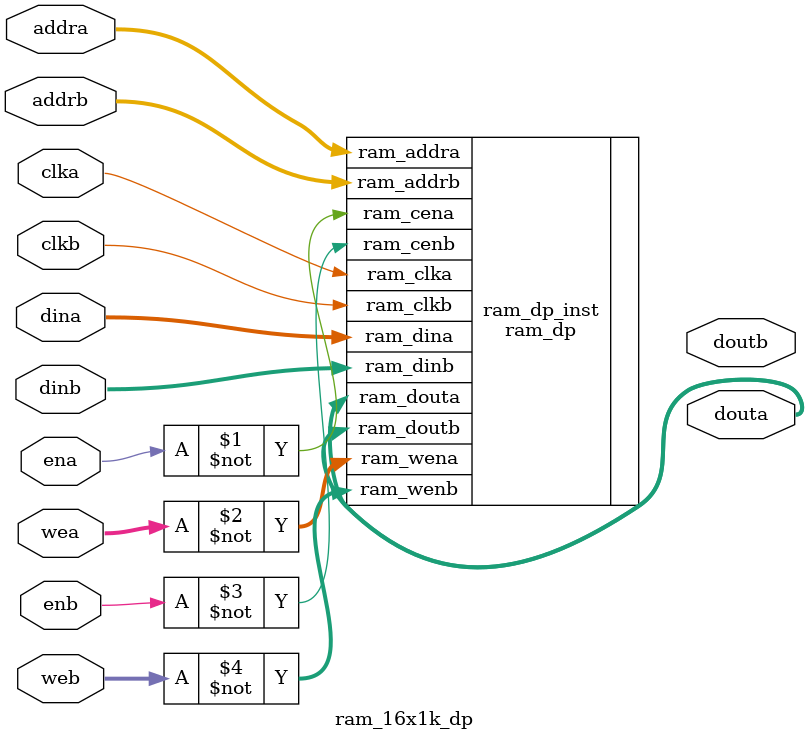
<source format=v>


module ram_16x1k_dp (
  clka,
  ena,
  wea,
  addra,
  dina,
  douta,
  clkb,
  enb,
  web,
  addrb,
  dinb,
  doutb
);

input clka;
input ena;
input [1 : 0] wea;
input [9 : 0] addra;
input [15 : 0] dina;
output [15 : 0] douta;
input clkb;
input enb;
input [1 : 0] web;
input [9 : 0] addrb;
input [15 : 0] dinb;
output [15 : 0] doutb;


//============
// RAM
//============

ram_dp #(.ADDR_MSB(9), .MEM_SIZE(2048)) ram_dp_inst (

// OUTPUTs
    .ram_douta     ( douta),      // RAM data output (Port A)
    .ram_doutb     ( douta),      // RAM data output (Port B)

// INPUTs
    .ram_addra     ( addra),      // RAM address (Port A)
    .ram_cena      (~ena),        // RAM chip enable (low active) (Port A)
    .ram_clka      ( clka),       // RAM clock (Port A)
    .ram_dina      ( dina),       // RAM data input (Port A)
    .ram_wena      (~wea),        // RAM write enable (low active) (Port A)
    .ram_addrb     ( addrb),      // RAM address (Port B)
    .ram_cenb      (~enb),        // RAM chip enable (low active) (Port B)
    .ram_clkb      ( clkb),       // RAM clock (Port B)
    .ram_dinb      ( dinb),       // RAM data input (Port B)
    .ram_wenb      (~web)         // RAM write enable (low active) (Port B)
);


endmodule // ram_16x1k_dp


</source>
